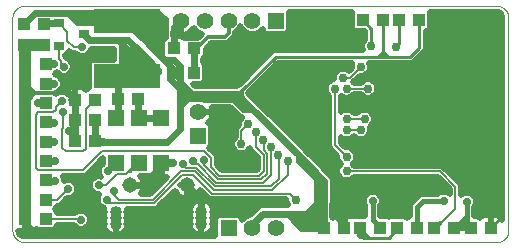
<source format=gtl>
G75*
%MOIN*%
%OFA0B0*%
%FSLAX25Y25*%
%IPPOS*%
%LPD*%
%AMOC8*
5,1,8,0,0,1.08239X$1,22.5*
%
%ADD10C,0.00000*%
%ADD11R,0.04331X0.03937*%
%ADD12R,0.03937X0.04331*%
%ADD13R,0.05512X0.05512*%
%ADD14R,0.22441X0.07874*%
%ADD15R,0.05600X0.05600*%
%ADD16C,0.05600*%
%ADD17R,0.03543X0.03150*%
%ADD18C,0.04000*%
%ADD19C,0.05150*%
%ADD20C,0.02400*%
%ADD21C,0.00787*%
%ADD22C,0.02781*%
%ADD23C,0.04000*%
%ADD24C,0.01000*%
%ADD25C,0.02000*%
%ADD26C,0.01200*%
%ADD27C,0.02978*%
%ADD28C,0.00600*%
%ADD29C,0.01600*%
D10*
X0025622Y0017748D02*
X0183102Y0017748D01*
X0183226Y0017750D01*
X0183349Y0017756D01*
X0183473Y0017765D01*
X0183595Y0017779D01*
X0183718Y0017796D01*
X0183840Y0017818D01*
X0183961Y0017843D01*
X0184081Y0017872D01*
X0184200Y0017904D01*
X0184319Y0017941D01*
X0184436Y0017981D01*
X0184551Y0018024D01*
X0184666Y0018072D01*
X0184778Y0018123D01*
X0184889Y0018177D01*
X0184999Y0018235D01*
X0185106Y0018296D01*
X0185212Y0018361D01*
X0185315Y0018429D01*
X0185416Y0018500D01*
X0185515Y0018574D01*
X0185612Y0018651D01*
X0185706Y0018732D01*
X0185797Y0018815D01*
X0185886Y0018901D01*
X0185972Y0018990D01*
X0186055Y0019081D01*
X0186136Y0019175D01*
X0186213Y0019272D01*
X0186287Y0019371D01*
X0186358Y0019472D01*
X0186426Y0019575D01*
X0186491Y0019681D01*
X0186552Y0019788D01*
X0186610Y0019898D01*
X0186664Y0020009D01*
X0186715Y0020121D01*
X0186763Y0020236D01*
X0186806Y0020351D01*
X0186846Y0020468D01*
X0186883Y0020587D01*
X0186915Y0020706D01*
X0186944Y0020826D01*
X0186969Y0020947D01*
X0186991Y0021069D01*
X0187008Y0021192D01*
X0187022Y0021314D01*
X0187031Y0021438D01*
X0187037Y0021561D01*
X0187039Y0021685D01*
X0187039Y0092551D01*
X0187037Y0092675D01*
X0187031Y0092798D01*
X0187022Y0092922D01*
X0187008Y0093044D01*
X0186991Y0093167D01*
X0186969Y0093289D01*
X0186944Y0093410D01*
X0186915Y0093530D01*
X0186883Y0093649D01*
X0186846Y0093768D01*
X0186806Y0093885D01*
X0186763Y0094000D01*
X0186715Y0094115D01*
X0186664Y0094227D01*
X0186610Y0094338D01*
X0186552Y0094448D01*
X0186491Y0094555D01*
X0186426Y0094661D01*
X0186358Y0094764D01*
X0186287Y0094865D01*
X0186213Y0094964D01*
X0186136Y0095061D01*
X0186055Y0095155D01*
X0185972Y0095246D01*
X0185886Y0095335D01*
X0185797Y0095421D01*
X0185706Y0095504D01*
X0185612Y0095585D01*
X0185515Y0095662D01*
X0185416Y0095736D01*
X0185315Y0095807D01*
X0185212Y0095875D01*
X0185106Y0095940D01*
X0184999Y0096001D01*
X0184889Y0096059D01*
X0184778Y0096113D01*
X0184666Y0096164D01*
X0184551Y0096212D01*
X0184436Y0096255D01*
X0184319Y0096295D01*
X0184200Y0096332D01*
X0184081Y0096364D01*
X0183961Y0096393D01*
X0183840Y0096418D01*
X0183718Y0096440D01*
X0183595Y0096457D01*
X0183473Y0096471D01*
X0183349Y0096480D01*
X0183226Y0096486D01*
X0183102Y0096488D01*
X0025622Y0096488D01*
X0025498Y0096486D01*
X0025375Y0096480D01*
X0025251Y0096471D01*
X0025129Y0096457D01*
X0025006Y0096440D01*
X0024884Y0096418D01*
X0024763Y0096393D01*
X0024643Y0096364D01*
X0024524Y0096332D01*
X0024405Y0096295D01*
X0024288Y0096255D01*
X0024173Y0096212D01*
X0024058Y0096164D01*
X0023946Y0096113D01*
X0023835Y0096059D01*
X0023725Y0096001D01*
X0023618Y0095940D01*
X0023512Y0095875D01*
X0023409Y0095807D01*
X0023308Y0095736D01*
X0023209Y0095662D01*
X0023112Y0095585D01*
X0023018Y0095504D01*
X0022927Y0095421D01*
X0022838Y0095335D01*
X0022752Y0095246D01*
X0022669Y0095155D01*
X0022588Y0095061D01*
X0022511Y0094964D01*
X0022437Y0094865D01*
X0022366Y0094764D01*
X0022298Y0094661D01*
X0022233Y0094555D01*
X0022172Y0094448D01*
X0022114Y0094338D01*
X0022060Y0094227D01*
X0022009Y0094115D01*
X0021961Y0094000D01*
X0021918Y0093885D01*
X0021878Y0093768D01*
X0021841Y0093649D01*
X0021809Y0093530D01*
X0021780Y0093410D01*
X0021755Y0093289D01*
X0021733Y0093167D01*
X0021716Y0093044D01*
X0021702Y0092922D01*
X0021693Y0092798D01*
X0021687Y0092675D01*
X0021685Y0092551D01*
X0021685Y0021685D01*
X0021687Y0021561D01*
X0021693Y0021438D01*
X0021702Y0021314D01*
X0021716Y0021192D01*
X0021733Y0021069D01*
X0021755Y0020947D01*
X0021780Y0020826D01*
X0021809Y0020706D01*
X0021841Y0020587D01*
X0021878Y0020468D01*
X0021918Y0020351D01*
X0021961Y0020236D01*
X0022009Y0020121D01*
X0022060Y0020009D01*
X0022114Y0019898D01*
X0022172Y0019788D01*
X0022233Y0019681D01*
X0022298Y0019575D01*
X0022366Y0019472D01*
X0022437Y0019371D01*
X0022511Y0019272D01*
X0022588Y0019175D01*
X0022669Y0019081D01*
X0022752Y0018990D01*
X0022838Y0018901D01*
X0022927Y0018815D01*
X0023018Y0018732D01*
X0023112Y0018651D01*
X0023209Y0018574D01*
X0023308Y0018500D01*
X0023409Y0018429D01*
X0023512Y0018361D01*
X0023618Y0018296D01*
X0023725Y0018235D01*
X0023835Y0018177D01*
X0023946Y0018123D01*
X0024058Y0018072D01*
X0024173Y0018024D01*
X0024288Y0017981D01*
X0024405Y0017941D01*
X0024524Y0017904D01*
X0024643Y0017872D01*
X0024763Y0017843D01*
X0024884Y0017818D01*
X0025006Y0017796D01*
X0025129Y0017779D01*
X0025251Y0017765D01*
X0025375Y0017756D01*
X0025498Y0017750D01*
X0025622Y0017748D01*
D11*
X0026035Y0025425D03*
X0032728Y0025425D03*
X0032728Y0031872D03*
X0026035Y0031872D03*
X0026035Y0038319D03*
X0032728Y0038319D03*
X0032728Y0044766D03*
X0026035Y0044766D03*
X0026035Y0051213D03*
X0032728Y0051213D03*
X0042541Y0051409D03*
X0049234Y0051409D03*
X0049234Y0058299D03*
X0042541Y0058299D03*
X0032728Y0057659D03*
X0026035Y0057659D03*
X0026035Y0064106D03*
X0032728Y0064106D03*
X0032728Y0070553D03*
X0026035Y0070553D03*
X0026035Y0077000D03*
X0032728Y0077000D03*
X0032095Y0083608D03*
X0032095Y0090301D03*
X0075661Y0082315D03*
X0082354Y0082315D03*
X0063575Y0065386D03*
X0056882Y0065386D03*
X0125425Y0022571D03*
X0132118Y0022571D03*
D12*
X0137679Y0022571D03*
X0144372Y0022571D03*
X0149933Y0022571D03*
X0156626Y0022571D03*
X0162187Y0022571D03*
X0168880Y0022571D03*
X0174441Y0022571D03*
X0181134Y0022571D03*
X0082354Y0074244D03*
X0075661Y0074244D03*
X0049234Y0065189D03*
X0042541Y0065189D03*
X0025622Y0083608D03*
X0025622Y0090301D03*
X0138417Y0091764D03*
X0145110Y0091764D03*
X0150622Y0091764D03*
X0157315Y0091764D03*
D13*
X0071291Y0059087D03*
X0063850Y0059087D03*
X0056331Y0059087D03*
X0056331Y0044126D03*
X0063850Y0044126D03*
X0071291Y0044126D03*
D14*
X0059913Y0073024D03*
X0059913Y0091528D03*
D15*
X0109480Y0091606D03*
X0083614Y0053142D03*
X0093732Y0022472D03*
D16*
X0101606Y0022472D03*
X0109480Y0022472D03*
X0083614Y0061016D03*
X0085858Y0091606D03*
X0093732Y0091606D03*
X0101606Y0091606D03*
X0077984Y0091606D03*
D17*
X0045425Y0086954D03*
X0037157Y0083214D03*
X0037157Y0090694D03*
D18*
X0056154Y0027837D03*
X0056154Y0025837D03*
X0056154Y0023837D03*
X0084697Y0023837D03*
X0084697Y0025837D03*
X0084697Y0027837D03*
D19*
X0079972Y0036685D03*
X0060878Y0036685D03*
D20*
X0065031Y0036685D01*
X0071291Y0042945D01*
X0071291Y0044126D01*
X0072531Y0044126D01*
X0073260Y0051213D02*
X0077591Y0055543D01*
X0077591Y0063024D01*
X0081528Y0066961D01*
X0090189Y0066961D01*
X0090583Y0066567D01*
X0090583Y0065583D01*
X0095307Y0065583D01*
X0098654Y0062236D01*
X0101606Y0062236D01*
X0098260Y0065583D01*
X0095307Y0065583D01*
X0096882Y0066961D02*
X0090189Y0066961D01*
X0090583Y0065583D02*
X0085553Y0065583D01*
X0085520Y0065616D01*
X0082085Y0065616D01*
X0078214Y0065616D01*
X0077591Y0064992D01*
X0077591Y0066961D01*
X0079559Y0066961D01*
X0078214Y0065616D01*
X0077591Y0064992D02*
X0077591Y0063024D01*
X0080740Y0066961D02*
X0082085Y0065616D01*
X0081528Y0066961D02*
X0080740Y0066961D01*
X0079559Y0066961D01*
X0077591Y0068929D01*
X0074244Y0072276D01*
X0074244Y0076606D01*
X0072472Y0078378D01*
X0075622Y0078378D01*
X0077591Y0076409D01*
X0077591Y0073260D01*
X0077591Y0072315D01*
X0077591Y0070898D01*
X0081528Y0066961D01*
X0077591Y0066961D02*
X0077591Y0068929D01*
X0077591Y0070898D01*
X0077591Y0072315D02*
X0075661Y0074244D01*
X0075661Y0075189D01*
X0077591Y0073260D01*
X0075661Y0075189D02*
X0074244Y0076606D01*
X0072472Y0078378D02*
X0071291Y0079559D01*
X0067945Y0082906D01*
X0070307Y0082906D01*
X0071291Y0081921D01*
X0071291Y0083496D01*
X0068339Y0086449D01*
X0067945Y0086055D01*
X0067945Y0082906D01*
X0066764Y0084087D01*
X0066764Y0087630D01*
X0066961Y0087827D01*
X0065386Y0089402D01*
X0065386Y0085465D01*
X0066764Y0084087D01*
X0065386Y0085465D02*
X0059913Y0090937D01*
X0059913Y0091528D01*
X0063417Y0091528D01*
X0063417Y0091370D01*
X0065386Y0089402D01*
X0066016Y0091528D02*
X0063417Y0091528D01*
X0066016Y0091528D02*
X0071291Y0086252D01*
X0071291Y0091528D01*
X0068535Y0094283D01*
X0068535Y0094288D01*
X0069948Y0094288D01*
X0072472Y0091764D01*
X0072472Y0086252D01*
X0071291Y0085071D01*
X0071291Y0086252D01*
X0071291Y0085071D02*
X0071291Y0083496D01*
X0071291Y0081921D02*
X0071291Y0079559D01*
X0068142Y0077197D02*
X0065386Y0079953D01*
X0065386Y0077197D01*
X0068142Y0077197D01*
X0070110Y0075228D01*
X0070110Y0074441D01*
X0065386Y0074441D01*
X0065386Y0077197D01*
X0065386Y0074441D02*
X0064992Y0074441D01*
X0063811Y0073260D01*
X0063811Y0079559D01*
X0061843Y0081528D01*
X0061843Y0079559D01*
X0059913Y0079559D01*
X0058319Y0081154D01*
X0058319Y0083870D01*
X0057118Y0085071D01*
X0060268Y0085071D01*
X0061843Y0083496D01*
X0065386Y0079953D01*
X0061843Y0079559D02*
X0061843Y0074953D01*
X0059913Y0073024D01*
X0057276Y0073024D01*
X0056882Y0072630D01*
X0056882Y0065386D01*
X0056882Y0059638D01*
X0056331Y0059087D01*
X0063575Y0059362D02*
X0063850Y0059087D01*
X0071291Y0059087D01*
X0063575Y0059362D02*
X0063575Y0065386D01*
X0059913Y0073024D02*
X0059913Y0074441D01*
X0058319Y0076035D01*
X0058319Y0081154D01*
X0059913Y0082276D02*
X0059913Y0079559D01*
X0059913Y0074441D01*
X0061843Y0081528D02*
X0061843Y0083496D01*
X0059913Y0082276D02*
X0058319Y0083870D01*
X0057118Y0085071D02*
X0047309Y0085071D01*
X0045425Y0086954D01*
X0049244Y0090976D02*
X0050425Y0089795D01*
X0052000Y0091370D01*
X0052000Y0094126D01*
X0053575Y0094126D01*
X0055937Y0091764D01*
X0059677Y0091764D01*
X0059913Y0091528D01*
X0066016Y0091528D02*
X0071291Y0091528D01*
X0072236Y0091528D01*
X0072472Y0091764D01*
X0075661Y0089283D02*
X0077984Y0091606D01*
X0075661Y0089283D02*
X0075661Y0082315D01*
X0082354Y0082315D02*
X0082354Y0074244D01*
X0090583Y0082315D02*
X0100563Y0082315D01*
X0102183Y0083935D01*
X0068339Y0086449D02*
X0066961Y0087827D01*
X0052000Y0094126D02*
X0046094Y0094126D01*
X0048063Y0092157D01*
X0042157Y0092157D01*
X0043339Y0090976D01*
X0049244Y0090976D01*
X0048063Y0092157D01*
X0046094Y0094126D02*
X0040189Y0094126D01*
X0042157Y0092157D01*
X0040189Y0094126D02*
X0029165Y0094126D01*
X0025622Y0090583D01*
X0025622Y0090301D01*
X0032095Y0090301D02*
X0032489Y0090694D01*
X0037157Y0090694D01*
X0035465Y0077197D02*
X0032925Y0077197D01*
X0032728Y0077000D01*
X0032728Y0070553D02*
X0032778Y0070504D01*
X0035465Y0070504D01*
X0041764Y0065189D02*
X0042157Y0065189D01*
X0042541Y0065189D02*
X0042541Y0058299D01*
X0042541Y0056715D01*
X0040605Y0054778D01*
X0042541Y0052842D01*
X0042541Y0051409D01*
X0042541Y0055543D01*
X0041776Y0054778D01*
X0040605Y0054778D01*
X0042541Y0055543D02*
X0042541Y0058299D01*
X0049234Y0058299D02*
X0049234Y0051409D01*
X0051803Y0051409D01*
X0052000Y0051213D01*
X0073260Y0051213D01*
X0078732Y0036685D02*
X0079972Y0036685D01*
X0079972Y0035465D01*
X0084697Y0030740D01*
X0084697Y0027837D01*
X0084697Y0030740D02*
X0084697Y0031961D01*
X0079972Y0036685D01*
X0101606Y0023654D02*
X0105150Y0027197D01*
X0113417Y0027197D01*
X0119717Y0027197D01*
X0123260Y0030740D01*
X0123260Y0034283D01*
X0123260Y0038614D01*
X0117157Y0044717D01*
X0117157Y0046685D01*
X0101606Y0062236D01*
X0098260Y0065583D02*
X0096882Y0066961D01*
X0108299Y0060661D02*
X0129953Y0039008D01*
X0131134Y0037827D01*
X0133496Y0037827D01*
X0133496Y0037433D01*
X0132118Y0036055D01*
X0132118Y0034087D01*
X0135858Y0037827D01*
X0163838Y0037827D01*
X0165386Y0036279D01*
X0135858Y0037827D02*
X0133496Y0037827D01*
X0131134Y0037827D02*
X0129953Y0037827D01*
X0129953Y0033890D01*
X0132118Y0036055D01*
X0132118Y0034087D02*
X0132118Y0029362D01*
X0132118Y0024047D01*
X0129953Y0026213D01*
X0129953Y0031528D01*
X0129953Y0033890D01*
X0129953Y0031528D02*
X0132118Y0029362D01*
X0125425Y0029953D02*
X0125425Y0027984D01*
X0125425Y0027098D01*
X0125425Y0022571D01*
X0122472Y0022571D01*
X0125425Y0025524D01*
X0125425Y0026409D01*
X0125425Y0027098D02*
X0124589Y0026262D01*
X0124589Y0034283D01*
X0124589Y0039254D01*
X0123260Y0040583D01*
X0123260Y0038614D01*
X0124589Y0039254D02*
X0125622Y0038220D01*
X0125622Y0031528D01*
X0125425Y0031331D02*
X0125425Y0029953D01*
X0120898Y0025425D01*
X0115189Y0025425D01*
X0118043Y0022571D01*
X0120898Y0025425D01*
X0121685Y0027197D02*
X0119717Y0027197D01*
X0121685Y0027197D02*
X0123260Y0028772D01*
X0123260Y0030740D01*
X0123654Y0027197D02*
X0121685Y0027197D01*
X0123654Y0027197D02*
X0124589Y0026262D01*
X0120898Y0022571D01*
X0122472Y0022571D01*
X0120898Y0022571D02*
X0118043Y0022571D01*
X0115189Y0025425D02*
X0113417Y0027197D01*
X0101606Y0023654D02*
X0101606Y0022472D01*
X0132118Y0022571D02*
X0132118Y0024047D01*
X0129953Y0037827D02*
X0129953Y0039008D01*
X0123260Y0040583D02*
X0117157Y0046685D01*
X0036252Y0020504D02*
X0029559Y0020504D01*
X0026035Y0024028D01*
X0026035Y0025425D01*
X0032827Y0038220D02*
X0032728Y0038319D01*
X0032827Y0038220D02*
X0035858Y0038220D01*
X0035858Y0044913D02*
X0032876Y0044913D01*
X0032728Y0044766D01*
X0032728Y0051213D02*
X0035465Y0051213D01*
X0035465Y0057512D02*
X0032876Y0057512D01*
X0032728Y0057659D01*
D21*
X0035317Y0057659D01*
X0035465Y0057512D01*
X0042157Y0065189D02*
X0042541Y0065189D01*
X0038846Y0076223D02*
X0037849Y0077220D01*
X0037849Y0078184D01*
X0037157Y0078876D01*
X0037157Y0083214D01*
X0039923Y0084943D02*
X0042157Y0082709D01*
X0044913Y0082709D01*
X0039923Y0084943D02*
X0039923Y0087929D01*
X0037157Y0090694D01*
X0035465Y0077197D02*
X0035268Y0077000D01*
X0032728Y0077000D01*
X0032728Y0044766D02*
X0035711Y0044766D01*
X0035858Y0044913D01*
X0035760Y0038319D02*
X0032728Y0038319D01*
X0035760Y0038319D02*
X0035858Y0038220D01*
X0040189Y0035465D02*
X0036596Y0031872D01*
X0032728Y0031872D01*
X0032728Y0025425D02*
X0044323Y0025425D01*
X0044520Y0025228D01*
X0053575Y0041370D02*
X0056331Y0044126D01*
X0061077Y0041250D02*
X0061520Y0041693D01*
X0063488Y0043661D01*
X0063850Y0044024D01*
X0063850Y0044126D01*
D22*
X0053575Y0041370D03*
X0050425Y0036646D03*
X0055472Y0034677D03*
X0053181Y0031921D03*
X0044520Y0025228D03*
X0046094Y0020504D03*
X0036252Y0020504D03*
X0026409Y0020504D03*
X0040189Y0035465D03*
X0035858Y0038220D03*
X0035858Y0044913D03*
X0035465Y0051213D03*
X0040605Y0054778D03*
X0035465Y0057512D03*
X0038385Y0061070D03*
X0038185Y0064764D03*
X0040376Y0067354D03*
X0035465Y0070504D03*
X0030191Y0064205D03*
X0035465Y0077197D03*
X0038846Y0076223D03*
X0044913Y0082709D03*
X0028772Y0083608D03*
X0072472Y0091764D03*
X0052000Y0051213D03*
X0078534Y0043650D03*
X0081915Y0044850D03*
X0085496Y0044945D03*
X0090189Y0049244D03*
X0125622Y0031528D03*
X0129953Y0031528D03*
X0141764Y0031528D03*
X0137827Y0020139D03*
X0165386Y0031528D03*
X0173260Y0031134D03*
X0184649Y0031528D03*
X0184649Y0039402D03*
X0174806Y0039402D03*
X0174806Y0047276D03*
X0184649Y0047276D03*
X0184649Y0055150D03*
X0174806Y0055150D03*
X0174806Y0063024D03*
X0184649Y0063024D03*
X0184649Y0070898D03*
X0174806Y0070898D03*
X0174806Y0078772D03*
X0184649Y0078772D03*
D23*
X0032095Y0083608D02*
X0028772Y0083608D01*
X0026449Y0083608D01*
X0026035Y0083194D01*
X0025622Y0083608D01*
X0026035Y0083194D02*
X0026035Y0077000D01*
X0026035Y0070553D01*
X0026035Y0068142D01*
X0026035Y0064106D01*
X0026035Y0057659D01*
X0026035Y0051213D01*
X0026035Y0044766D01*
X0026035Y0038319D01*
X0026035Y0031872D01*
X0026035Y0025425D01*
D24*
X0098260Y0065583D02*
X0098260Y0068339D01*
X0096882Y0066961D01*
X0098260Y0068339D02*
X0109480Y0079559D01*
X0143339Y0079559D01*
X0144717Y0080937D01*
X0144913Y0080740D01*
X0144913Y0079559D01*
X0143339Y0079559D01*
X0144913Y0079559D02*
X0145701Y0079559D01*
X0145701Y0080740D01*
X0146882Y0079559D01*
X0145701Y0079559D01*
X0146882Y0079559D02*
X0154362Y0079559D01*
X0157315Y0082512D01*
X0157315Y0091764D01*
X0150622Y0091764D02*
X0150622Y0083693D01*
X0149638Y0082709D01*
X0145701Y0080740D02*
X0145110Y0081331D01*
X0144717Y0080937D01*
X0145110Y0081331D02*
X0145110Y0091764D01*
X0141370Y0088811D02*
X0141370Y0083102D01*
X0141370Y0088811D02*
X0138417Y0091764D01*
X0184649Y0031528D02*
X0184649Y0026086D01*
X0181134Y0022571D01*
X0162187Y0022571D02*
X0162187Y0021636D01*
X0149933Y0021980D02*
X0147201Y0019248D01*
X0140583Y0019248D01*
X0139692Y0020139D01*
X0138614Y0020139D01*
X0138717Y0020035D01*
X0138717Y0019248D01*
X0140583Y0019248D01*
X0139692Y0020139D02*
X0137679Y0022152D01*
X0137679Y0022571D01*
X0137827Y0020139D02*
X0138614Y0020139D01*
X0137827Y0020139D02*
X0138717Y0019248D01*
X0149933Y0021980D02*
X0149933Y0022571D01*
D25*
X0153280Y0025621D02*
X0152564Y0026336D01*
X0147302Y0026336D01*
X0147153Y0026187D01*
X0147003Y0026336D01*
X0144164Y0026336D01*
X0144164Y0029698D01*
X0144299Y0029834D01*
X0144754Y0030933D01*
X0144754Y0032122D01*
X0144299Y0033222D01*
X0143458Y0034063D01*
X0142359Y0034518D01*
X0141169Y0034518D01*
X0140070Y0034063D01*
X0139229Y0033222D01*
X0138773Y0032122D01*
X0138773Y0030933D01*
X0139229Y0029834D01*
X0139364Y0029698D01*
X0139364Y0026336D01*
X0135171Y0026336D01*
X0135055Y0026403D01*
X0134547Y0026539D01*
X0132118Y0026539D01*
X0129689Y0026539D01*
X0129181Y0026403D01*
X0128725Y0026140D01*
X0128489Y0025904D01*
X0128253Y0026139D01*
X0128225Y0026139D01*
X0128225Y0029997D01*
X0128613Y0030933D01*
X0128613Y0032122D01*
X0128422Y0032582D01*
X0128422Y0038777D01*
X0127996Y0039807D01*
X0126962Y0040840D01*
X0125634Y0042169D01*
X0124846Y0042956D01*
X0124846Y0042956D01*
X0119531Y0048271D01*
X0118744Y0049059D01*
X0103980Y0063822D01*
X0103980Y0063822D01*
X0103192Y0064610D01*
X0100634Y0067169D01*
X0100360Y0067442D01*
X0100360Y0067469D01*
X0110350Y0077459D01*
X0135002Y0077459D01*
X0134765Y0076886D01*
X0134765Y0075869D01*
X0133823Y0074928D01*
X0133625Y0075126D01*
X0132490Y0075596D01*
X0131261Y0075596D01*
X0130126Y0075126D01*
X0129257Y0074257D01*
X0128787Y0073122D01*
X0128787Y0072018D01*
X0128551Y0072018D01*
X0127416Y0071548D01*
X0126547Y0070679D01*
X0126076Y0069544D01*
X0126076Y0068315D01*
X0126547Y0067179D01*
X0127265Y0066461D01*
X0127265Y0049342D01*
X0130013Y0046594D01*
X0130013Y0045578D01*
X0130484Y0044442D01*
X0131145Y0043781D01*
X0130484Y0043120D01*
X0130013Y0041985D01*
X0130013Y0040756D01*
X0130484Y0039620D01*
X0131353Y0038751D01*
X0132488Y0038281D01*
X0133717Y0038281D01*
X0134852Y0038751D01*
X0135571Y0039470D01*
X0163418Y0039470D01*
X0167423Y0035465D01*
X0167423Y0033720D01*
X0167080Y0034063D01*
X0165981Y0034518D01*
X0164791Y0034518D01*
X0163692Y0034063D01*
X0163557Y0033928D01*
X0158216Y0033928D01*
X0157333Y0033562D01*
X0154591Y0030820D01*
X0154226Y0029938D01*
X0154226Y0026336D01*
X0153995Y0026336D01*
X0153280Y0025621D01*
X0153653Y0025994D02*
X0152906Y0025994D01*
X0154226Y0027993D02*
X0144164Y0027993D01*
X0144364Y0029991D02*
X0154248Y0029991D01*
X0155761Y0031990D02*
X0144754Y0031990D01*
X0143532Y0033988D02*
X0163617Y0033988D01*
X0167154Y0033988D02*
X0167423Y0033988D01*
X0166901Y0035987D02*
X0128422Y0035987D01*
X0128422Y0037985D02*
X0164903Y0037985D01*
X0168278Y0039984D02*
X0185039Y0039984D01*
X0185039Y0041982D02*
X0166280Y0041982D01*
X0164992Y0043270D02*
X0135571Y0043270D01*
X0135060Y0043781D01*
X0135721Y0044442D01*
X0136191Y0045578D01*
X0136191Y0046807D01*
X0135721Y0047942D01*
X0134852Y0048811D01*
X0133717Y0049281D01*
X0132700Y0049281D01*
X0131065Y0050916D01*
X0131065Y0052791D01*
X0131326Y0052531D01*
X0132461Y0052061D01*
X0133690Y0052061D01*
X0134825Y0052531D01*
X0135465Y0053170D01*
X0136104Y0052531D01*
X0137239Y0052061D01*
X0138468Y0052061D01*
X0139603Y0052531D01*
X0140472Y0053400D01*
X0140943Y0054535D01*
X0140943Y0055764D01*
X0140800Y0056108D01*
X0140803Y0056109D01*
X0141672Y0056978D01*
X0142143Y0058113D01*
X0142143Y0059342D01*
X0141672Y0060477D01*
X0140803Y0061346D01*
X0139668Y0061817D01*
X0138439Y0061817D01*
X0137304Y0061346D01*
X0136585Y0060628D01*
X0135544Y0060628D01*
X0134825Y0061346D01*
X0133690Y0061817D01*
X0132461Y0061817D01*
X0131326Y0061346D01*
X0131065Y0061086D01*
X0131065Y0066461D01*
X0131120Y0066516D01*
X0131326Y0066310D01*
X0132461Y0065840D01*
X0133690Y0065840D01*
X0134825Y0066310D01*
X0135544Y0067029D01*
X0137785Y0067029D01*
X0138504Y0066310D01*
X0139639Y0065840D01*
X0140868Y0065840D01*
X0142003Y0066310D01*
X0142872Y0067179D01*
X0143343Y0068315D01*
X0143343Y0069544D01*
X0142872Y0070679D01*
X0142003Y0071548D01*
X0140868Y0072018D01*
X0139639Y0072018D01*
X0138504Y0071548D01*
X0137785Y0070829D01*
X0135544Y0070829D01*
X0135321Y0071052D01*
X0137452Y0073182D01*
X0138468Y0073182D01*
X0139603Y0073653D01*
X0140472Y0074522D01*
X0140943Y0075657D01*
X0140943Y0076886D01*
X0140705Y0077459D01*
X0155232Y0077459D01*
X0159415Y0081642D01*
X0159415Y0087998D01*
X0159946Y0087998D01*
X0160883Y0088936D01*
X0160883Y0094488D01*
X0183102Y0094488D01*
X0183480Y0094451D01*
X0184179Y0094162D01*
X0184713Y0093627D01*
X0185002Y0092929D01*
X0185039Y0092551D01*
X0185039Y0025235D01*
X0184966Y0025508D01*
X0184703Y0025964D01*
X0184330Y0026337D01*
X0183874Y0026600D01*
X0183366Y0026736D01*
X0181134Y0026736D01*
X0181134Y0022571D01*
X0181134Y0022571D01*
X0181134Y0026736D01*
X0178902Y0026736D01*
X0178393Y0026600D01*
X0177937Y0026337D01*
X0177565Y0025964D01*
X0177521Y0025888D01*
X0177072Y0026336D01*
X0175660Y0026336D01*
X0175660Y0029305D01*
X0175795Y0029440D01*
X0176250Y0030539D01*
X0176250Y0031729D01*
X0175795Y0032828D01*
X0174954Y0033669D01*
X0173855Y0034124D01*
X0172665Y0034124D01*
X0171566Y0033669D01*
X0171223Y0033326D01*
X0171223Y0037039D01*
X0170110Y0038152D01*
X0164992Y0043270D01*
X0170277Y0037985D02*
X0185039Y0037985D01*
X0185039Y0035987D02*
X0171223Y0035987D01*
X0171223Y0033988D02*
X0172336Y0033988D01*
X0174184Y0033988D02*
X0185039Y0033988D01*
X0185039Y0031990D02*
X0176142Y0031990D01*
X0176023Y0029991D02*
X0185039Y0029991D01*
X0185039Y0027993D02*
X0175660Y0027993D01*
X0177414Y0025994D02*
X0177595Y0025994D01*
X0181134Y0025994D02*
X0181134Y0025994D01*
X0181134Y0023996D02*
X0181134Y0023996D01*
X0184673Y0025994D02*
X0185039Y0025994D01*
X0185039Y0043981D02*
X0135259Y0043981D01*
X0136191Y0045979D02*
X0185039Y0045979D01*
X0185039Y0047978D02*
X0135685Y0047978D01*
X0132005Y0049976D02*
X0185039Y0049976D01*
X0185039Y0051975D02*
X0131065Y0051975D01*
X0127265Y0051975D02*
X0115828Y0051975D01*
X0113829Y0053973D02*
X0127265Y0053973D01*
X0127265Y0055972D02*
X0111830Y0055972D01*
X0109832Y0057970D02*
X0127265Y0057970D01*
X0127265Y0059969D02*
X0107833Y0059969D01*
X0105835Y0061967D02*
X0127265Y0061967D01*
X0127265Y0063966D02*
X0103836Y0063966D01*
X0103192Y0064610D02*
X0103192Y0064610D01*
X0101838Y0065964D02*
X0127265Y0065964D01*
X0126222Y0067963D02*
X0100854Y0067963D01*
X0100634Y0067169D02*
X0100634Y0067169D01*
X0102852Y0069961D02*
X0126249Y0069961D01*
X0128410Y0071960D02*
X0104851Y0071960D01*
X0106849Y0073958D02*
X0129133Y0073958D01*
X0134765Y0075957D02*
X0108848Y0075957D01*
X0104907Y0077955D02*
X0085154Y0077955D01*
X0085154Y0077841D02*
X0085154Y0078746D01*
X0085182Y0078746D01*
X0086120Y0079684D01*
X0086120Y0082221D01*
X0087951Y0084052D01*
X0093462Y0084052D01*
X0095932Y0086522D01*
X0095932Y0087755D01*
X0096225Y0087876D01*
X0097462Y0089114D01*
X0097669Y0089613D01*
X0097876Y0089114D01*
X0099114Y0087876D01*
X0100731Y0087206D01*
X0102482Y0087206D01*
X0104099Y0087876D01*
X0105080Y0088858D01*
X0105080Y0088144D01*
X0106018Y0087206D01*
X0112943Y0087206D01*
X0113880Y0088144D01*
X0113880Y0094488D01*
X0134849Y0094488D01*
X0134849Y0088936D01*
X0135786Y0087998D01*
X0139213Y0087998D01*
X0139270Y0087941D01*
X0139270Y0085371D01*
X0138751Y0084852D01*
X0138281Y0083717D01*
X0138281Y0082488D01*
X0138624Y0081659D01*
X0108610Y0081659D01*
X0097390Y0070439D01*
X0096712Y0069761D01*
X0089632Y0069761D01*
X0082687Y0069761D01*
X0081969Y0070479D01*
X0084986Y0070479D01*
X0085923Y0071416D01*
X0085923Y0077072D01*
X0085154Y0077841D01*
X0085923Y0075957D02*
X0102908Y0075957D01*
X0100910Y0073958D02*
X0085923Y0073958D01*
X0085923Y0071960D02*
X0098911Y0071960D01*
X0097390Y0070439D02*
X0097390Y0070439D01*
X0096913Y0069961D02*
X0082487Y0069961D01*
X0088087Y0062783D02*
X0094147Y0062783D01*
X0096280Y0060650D01*
X0097067Y0059862D01*
X0098097Y0059436D01*
X0098272Y0059436D01*
X0097718Y0058883D01*
X0097248Y0057748D01*
X0097248Y0056731D01*
X0096144Y0055627D01*
X0096144Y0054053D01*
X0096144Y0052875D01*
X0095425Y0052156D01*
X0094955Y0051021D01*
X0094955Y0049792D01*
X0095425Y0048657D01*
X0096294Y0047788D01*
X0097430Y0047317D01*
X0098659Y0047317D01*
X0099794Y0047788D01*
X0100663Y0048657D01*
X0100826Y0049050D01*
X0100826Y0048599D01*
X0103486Y0045939D01*
X0103486Y0042157D01*
X0103118Y0041790D01*
X0091493Y0041790D01*
X0089727Y0043556D01*
X0089727Y0046640D01*
X0087351Y0049016D01*
X0088014Y0049679D01*
X0088014Y0056604D01*
X0087077Y0057542D01*
X0086928Y0057542D01*
X0087275Y0057889D01*
X0087719Y0058500D01*
X0088062Y0059173D01*
X0088296Y0059892D01*
X0088414Y0060638D01*
X0088414Y0061016D01*
X0088414Y0061394D01*
X0088296Y0062140D01*
X0088087Y0062783D01*
X0088323Y0061967D02*
X0094963Y0061967D01*
X0096961Y0059969D02*
X0088308Y0059969D01*
X0088260Y0061016D02*
X0090189Y0059087D01*
X0090189Y0049244D01*
X0088389Y0047978D02*
X0096104Y0047978D01*
X0094955Y0049976D02*
X0088014Y0049976D01*
X0088014Y0051975D02*
X0095350Y0051975D01*
X0096144Y0053973D02*
X0088014Y0053973D01*
X0088014Y0055972D02*
X0096489Y0055972D01*
X0097340Y0057970D02*
X0087335Y0057970D01*
X0088260Y0061016D02*
X0083614Y0061016D01*
X0088414Y0061016D01*
X0083614Y0061016D01*
X0083614Y0061016D01*
X0099984Y0047978D02*
X0101447Y0047978D01*
X0103446Y0045979D02*
X0089727Y0045979D01*
X0089727Y0043981D02*
X0103486Y0043981D01*
X0103311Y0041982D02*
X0091300Y0041982D01*
X0079972Y0036685D02*
X0079972Y0032110D01*
X0079972Y0036685D01*
X0077561Y0036685D01*
X0077561Y0036685D01*
X0079972Y0036685D01*
X0079972Y0036685D01*
X0079972Y0036685D01*
X0079972Y0035987D02*
X0079972Y0035987D01*
X0079972Y0033988D02*
X0079972Y0033988D01*
X0079972Y0032110D02*
X0080332Y0032110D01*
X0081044Y0032223D01*
X0081729Y0032445D01*
X0082370Y0032772D01*
X0082953Y0033196D01*
X0083462Y0033705D01*
X0083885Y0034287D01*
X0084212Y0034929D01*
X0084281Y0035142D01*
X0086320Y0033103D01*
X0087433Y0031990D01*
X0113024Y0031990D01*
X0113024Y0031307D01*
X0113494Y0030171D01*
X0113669Y0029997D01*
X0104593Y0029997D01*
X0103564Y0029571D01*
X0102776Y0028783D01*
X0100865Y0026872D01*
X0100731Y0026872D01*
X0099114Y0026203D01*
X0098132Y0025221D01*
X0098132Y0025935D01*
X0097195Y0026872D01*
X0090270Y0026872D01*
X0089332Y0025935D01*
X0089332Y0019748D01*
X0025622Y0019748D01*
X0025244Y0019785D01*
X0024546Y0020074D01*
X0024011Y0020609D01*
X0023722Y0021307D01*
X0023708Y0021457D01*
X0026035Y0021457D01*
X0026035Y0025425D01*
X0026035Y0025425D01*
X0026035Y0029394D01*
X0026035Y0031872D01*
X0026035Y0031872D01*
X0026035Y0038319D01*
X0026035Y0042287D01*
X0026035Y0044766D01*
X0026035Y0047244D01*
X0026035Y0051212D01*
X0026035Y0051212D01*
X0026035Y0044766D01*
X0026035Y0044766D01*
X0026035Y0044766D01*
X0026035Y0038319D01*
X0026035Y0038319D01*
X0026035Y0038319D01*
X0026035Y0034350D01*
X0026035Y0031872D01*
X0026035Y0031872D01*
X0026035Y0025425D01*
X0026035Y0025425D01*
X0026035Y0021457D01*
X0028464Y0021457D01*
X0028973Y0021593D01*
X0029429Y0021856D01*
X0029665Y0022092D01*
X0029900Y0021857D01*
X0035556Y0021857D01*
X0036494Y0022794D01*
X0036494Y0023431D01*
X0042087Y0023431D01*
X0042826Y0022693D01*
X0043925Y0022238D01*
X0045115Y0022238D01*
X0046214Y0022693D01*
X0047055Y0023534D01*
X0047510Y0024633D01*
X0047510Y0025823D01*
X0047055Y0026922D01*
X0046214Y0027764D01*
X0045115Y0028219D01*
X0043925Y0028219D01*
X0042826Y0027764D01*
X0042481Y0027419D01*
X0036494Y0027419D01*
X0036494Y0028056D01*
X0035902Y0028649D01*
X0036494Y0029241D01*
X0036494Y0029878D01*
X0037422Y0029878D01*
X0040018Y0032474D01*
X0040784Y0032474D01*
X0041883Y0032929D01*
X0042724Y0033771D01*
X0043180Y0034870D01*
X0043180Y0036059D01*
X0042724Y0037159D01*
X0041883Y0038000D01*
X0040784Y0038455D01*
X0039594Y0038455D01*
X0038849Y0038146D01*
X0038849Y0038815D01*
X0038415Y0039864D01*
X0046094Y0039864D01*
X0051975Y0045745D01*
X0051975Y0043944D01*
X0051881Y0043905D01*
X0051040Y0043064D01*
X0050584Y0041965D01*
X0050584Y0040775D01*
X0051040Y0039676D01*
X0051121Y0039594D01*
X0051020Y0039636D01*
X0049830Y0039636D01*
X0048731Y0039181D01*
X0047890Y0038340D01*
X0047435Y0037241D01*
X0047435Y0036051D01*
X0047890Y0034952D01*
X0048731Y0034110D01*
X0049830Y0033655D01*
X0050686Y0033655D01*
X0050646Y0033615D01*
X0050191Y0032516D01*
X0050191Y0031326D01*
X0050646Y0030227D01*
X0051487Y0029386D01*
X0052322Y0029040D01*
X0052307Y0029004D01*
X0052154Y0028231D01*
X0052154Y0027837D01*
X0052154Y0027443D01*
X0052274Y0026837D01*
X0052154Y0026231D01*
X0052154Y0025837D01*
X0052154Y0025443D01*
X0052274Y0024837D01*
X0052154Y0024231D01*
X0052154Y0023837D01*
X0052154Y0023443D01*
X0052307Y0022670D01*
X0052609Y0021942D01*
X0053047Y0021287D01*
X0053604Y0020730D01*
X0054259Y0020292D01*
X0054987Y0019991D01*
X0055760Y0019837D01*
X0056153Y0019837D01*
X0056153Y0023837D01*
X0056154Y0023837D01*
X0056154Y0025837D01*
X0056153Y0025837D01*
X0056153Y0023837D01*
X0056154Y0023837D01*
X0056154Y0019837D01*
X0056548Y0019837D01*
X0057320Y0019991D01*
X0058048Y0020292D01*
X0058703Y0020730D01*
X0059261Y0021287D01*
X0059698Y0021942D01*
X0060000Y0022670D01*
X0060154Y0023443D01*
X0060154Y0023837D01*
X0060154Y0024231D01*
X0060033Y0024837D01*
X0060154Y0025443D01*
X0060154Y0025837D01*
X0060154Y0026231D01*
X0060033Y0026837D01*
X0060154Y0027443D01*
X0060154Y0027837D01*
X0060154Y0028231D01*
X0060032Y0028840D01*
X0069716Y0028840D01*
X0070829Y0029953D01*
X0075757Y0034881D01*
X0076060Y0034287D01*
X0076483Y0033705D01*
X0076992Y0033196D01*
X0077575Y0032772D01*
X0078216Y0032445D01*
X0078901Y0032223D01*
X0079612Y0032110D01*
X0079972Y0032110D01*
X0081590Y0030387D02*
X0082147Y0030944D01*
X0082802Y0031382D01*
X0083530Y0031683D01*
X0084303Y0031837D01*
X0084697Y0031837D01*
X0084697Y0027837D01*
X0084697Y0025837D01*
X0084697Y0023837D01*
X0084697Y0019837D01*
X0085091Y0019837D01*
X0085864Y0019991D01*
X0086592Y0020292D01*
X0087247Y0020730D01*
X0087804Y0021287D01*
X0088242Y0021942D01*
X0088543Y0022670D01*
X0088697Y0023443D01*
X0088697Y0023837D01*
X0088697Y0024231D01*
X0088576Y0024837D01*
X0088697Y0025443D01*
X0088697Y0025837D01*
X0088697Y0026231D01*
X0088576Y0026837D01*
X0088697Y0027443D01*
X0088697Y0027837D01*
X0088697Y0028231D01*
X0088543Y0029004D01*
X0088242Y0029732D01*
X0087804Y0030387D01*
X0087247Y0030944D01*
X0086592Y0031382D01*
X0085864Y0031683D01*
X0085091Y0031837D01*
X0084697Y0031837D01*
X0084697Y0027837D01*
X0084697Y0027837D01*
X0084697Y0027837D01*
X0084697Y0025837D01*
X0084697Y0025837D01*
X0084697Y0025837D01*
X0084697Y0023837D01*
X0084697Y0023837D01*
X0084697Y0023837D01*
X0084697Y0019837D01*
X0084303Y0019837D01*
X0083530Y0019991D01*
X0082802Y0020292D01*
X0082147Y0020730D01*
X0081590Y0021287D01*
X0081152Y0021942D01*
X0080851Y0022670D01*
X0080697Y0023443D01*
X0080697Y0023837D01*
X0081223Y0023837D01*
X0081222Y0023837D01*
X0080697Y0023837D01*
X0080697Y0024231D01*
X0080817Y0024837D01*
X0080697Y0025443D01*
X0080697Y0025837D01*
X0081222Y0025837D01*
X0081222Y0025837D01*
X0081222Y0025837D01*
X0080697Y0025837D01*
X0080697Y0026231D01*
X0080817Y0026837D01*
X0080697Y0027443D01*
X0080697Y0027837D01*
X0081222Y0027837D01*
X0081222Y0027837D01*
X0080697Y0027837D01*
X0080697Y0028231D01*
X0080851Y0029004D01*
X0081152Y0029732D01*
X0081590Y0030387D01*
X0081325Y0029991D02*
X0070867Y0029991D01*
X0072866Y0031990D02*
X0113024Y0031990D01*
X0104579Y0029991D02*
X0088068Y0029991D01*
X0088697Y0027993D02*
X0101986Y0027993D01*
X0098905Y0025994D02*
X0098073Y0025994D01*
X0089391Y0025994D02*
X0088697Y0025994D01*
X0088697Y0025837D02*
X0088171Y0025837D01*
X0088171Y0025837D01*
X0088171Y0025837D01*
X0088697Y0025837D01*
X0088697Y0023996D02*
X0089332Y0023996D01*
X0088697Y0023837D02*
X0088171Y0023837D01*
X0088171Y0023837D01*
X0088697Y0023837D01*
X0088264Y0021997D02*
X0089332Y0021997D01*
X0089332Y0019999D02*
X0085883Y0019999D01*
X0084697Y0019999D02*
X0084697Y0019999D01*
X0083511Y0019999D02*
X0057339Y0019999D01*
X0056154Y0019999D02*
X0056153Y0019999D01*
X0054968Y0019999D02*
X0024729Y0019999D01*
X0026035Y0021997D02*
X0026035Y0021997D01*
X0026035Y0023996D02*
X0026035Y0023996D01*
X0026035Y0025994D02*
X0026035Y0025994D01*
X0026035Y0027993D02*
X0026035Y0027993D01*
X0026035Y0029991D02*
X0026035Y0029991D01*
X0026035Y0031990D02*
X0026035Y0031990D01*
X0026035Y0033988D02*
X0026035Y0033988D01*
X0026035Y0035987D02*
X0026035Y0035987D01*
X0026035Y0037985D02*
X0026035Y0037985D01*
X0026035Y0039984D02*
X0026035Y0039984D01*
X0026035Y0041982D02*
X0026035Y0041982D01*
X0026035Y0043981D02*
X0026035Y0043981D01*
X0026035Y0045979D02*
X0026035Y0045979D01*
X0026035Y0047978D02*
X0026035Y0047978D01*
X0026035Y0049976D02*
X0026035Y0049976D01*
X0026035Y0051213D02*
X0026035Y0055181D01*
X0026035Y0057659D01*
X0026035Y0057659D01*
X0026035Y0051213D01*
X0026035Y0051213D01*
X0026035Y0051975D02*
X0026035Y0051975D01*
X0026035Y0053973D02*
X0026035Y0053973D01*
X0026035Y0055972D02*
X0026035Y0055972D01*
X0026035Y0057660D02*
X0026035Y0061628D01*
X0026035Y0064106D01*
X0026035Y0064106D01*
X0026035Y0057660D01*
X0026035Y0057660D01*
X0026035Y0057970D02*
X0026035Y0057970D01*
X0026035Y0059969D02*
X0026035Y0059969D01*
X0026035Y0061967D02*
X0026035Y0061967D01*
X0026035Y0063966D02*
X0026035Y0063966D01*
X0026035Y0064106D02*
X0026035Y0068075D01*
X0026035Y0070553D01*
X0026035Y0070553D01*
X0026035Y0073031D01*
X0026035Y0077000D01*
X0026035Y0077000D01*
X0026035Y0070553D01*
X0026035Y0070553D01*
X0026035Y0064106D01*
X0026035Y0064106D01*
X0026035Y0065964D02*
X0026035Y0065964D01*
X0026035Y0067963D02*
X0026035Y0067963D01*
X0026035Y0069961D02*
X0026035Y0069961D01*
X0026035Y0071960D02*
X0026035Y0071960D01*
X0026035Y0073958D02*
X0026035Y0073958D01*
X0026035Y0075957D02*
X0026035Y0075957D01*
X0035902Y0073777D02*
X0036482Y0074357D01*
X0037152Y0073688D01*
X0038251Y0073232D01*
X0039441Y0073232D01*
X0040540Y0073688D01*
X0041381Y0074529D01*
X0041836Y0075628D01*
X0041836Y0076818D01*
X0041381Y0077917D01*
X0040540Y0078758D01*
X0039780Y0079073D01*
X0039151Y0079702D01*
X0039151Y0080039D01*
X0039592Y0080039D01*
X0040529Y0080977D01*
X0040529Y0081518D01*
X0041332Y0080715D01*
X0042678Y0080715D01*
X0043219Y0080173D01*
X0044319Y0079718D01*
X0045508Y0079718D01*
X0046607Y0080173D01*
X0047449Y0081015D01*
X0047904Y0082114D01*
X0047904Y0082271D01*
X0055519Y0082271D01*
X0055519Y0078561D01*
X0048030Y0078561D01*
X0047093Y0077623D01*
X0047093Y0068954D01*
X0046603Y0068954D01*
X0046154Y0068506D01*
X0046110Y0068582D01*
X0045738Y0068955D01*
X0045282Y0069218D01*
X0044773Y0069354D01*
X0042541Y0069354D01*
X0040310Y0069354D01*
X0039801Y0069218D01*
X0039345Y0068955D01*
X0038972Y0068582D01*
X0038709Y0068126D01*
X0038609Y0067754D01*
X0037590Y0067754D01*
X0036491Y0067299D01*
X0036212Y0067020D01*
X0035902Y0067330D01*
X0036103Y0067532D01*
X0037159Y0067969D01*
X0038000Y0068810D01*
X0038455Y0069909D01*
X0038455Y0071099D01*
X0038000Y0072198D01*
X0037159Y0073039D01*
X0036271Y0073407D01*
X0035902Y0073777D01*
X0036083Y0073958D02*
X0036881Y0073958D01*
X0038098Y0071960D02*
X0047093Y0071960D01*
X0047093Y0073958D02*
X0040811Y0073958D01*
X0041836Y0075957D02*
X0047093Y0075957D01*
X0047425Y0077955D02*
X0041342Y0077955D01*
X0039151Y0079954D02*
X0043749Y0079954D01*
X0046078Y0079954D02*
X0055519Y0079954D01*
X0055519Y0081952D02*
X0047837Y0081952D01*
X0032095Y0083608D02*
X0029591Y0083608D01*
X0025622Y0083608D01*
X0032095Y0083608D01*
X0032095Y0083608D01*
X0025622Y0083608D02*
X0025622Y0083608D01*
X0038455Y0069961D02*
X0047093Y0069961D01*
X0042541Y0069354D02*
X0042541Y0065189D01*
X0041175Y0065189D01*
X0041175Y0065189D01*
X0042541Y0065189D01*
X0042541Y0065189D01*
X0042541Y0069354D01*
X0042541Y0067963D02*
X0042541Y0067963D01*
X0038665Y0067963D02*
X0037145Y0067963D01*
X0042541Y0065964D02*
X0042541Y0065964D01*
X0042541Y0065189D02*
X0042541Y0065189D01*
X0042541Y0065189D01*
X0042541Y0058299D01*
X0042541Y0058299D01*
X0042541Y0055378D01*
X0042541Y0051410D01*
X0042541Y0051410D01*
X0042541Y0058299D01*
X0042541Y0058299D01*
X0042541Y0061024D01*
X0042541Y0065189D01*
X0042541Y0063966D02*
X0042541Y0063966D01*
X0042541Y0061967D02*
X0042541Y0061967D01*
X0042541Y0059969D02*
X0042541Y0059969D01*
X0042541Y0057970D02*
X0042541Y0057970D01*
X0042541Y0055972D02*
X0042541Y0055972D01*
X0042541Y0053973D02*
X0042541Y0053973D01*
X0042541Y0051975D02*
X0042541Y0051975D01*
X0050211Y0043981D02*
X0051975Y0043981D01*
X0050591Y0041982D02*
X0048212Y0041982D01*
X0046214Y0039984D02*
X0050912Y0039984D01*
X0047743Y0037985D02*
X0041898Y0037985D01*
X0043180Y0035987D02*
X0047461Y0035987D01*
X0049026Y0033988D02*
X0042814Y0033988D01*
X0039534Y0031990D02*
X0050191Y0031990D01*
X0050882Y0029991D02*
X0037535Y0029991D01*
X0036494Y0027993D02*
X0043379Y0027993D01*
X0045661Y0027993D02*
X0052154Y0027993D01*
X0052154Y0027837D02*
X0052679Y0027837D01*
X0052154Y0027837D01*
X0052679Y0027837D02*
X0052679Y0027837D01*
X0056153Y0027837D02*
X0056154Y0027837D01*
X0056154Y0025837D01*
X0056153Y0025837D01*
X0056153Y0027837D01*
X0056153Y0025994D02*
X0056154Y0025994D01*
X0052679Y0025837D02*
X0052679Y0025837D01*
X0052154Y0025837D01*
X0052679Y0025837D01*
X0052679Y0025837D01*
X0052154Y0025994D02*
X0047439Y0025994D01*
X0047246Y0023996D02*
X0052154Y0023996D01*
X0052154Y0023837D02*
X0052679Y0023837D01*
X0052679Y0023837D01*
X0052154Y0023837D01*
X0056153Y0023996D02*
X0056154Y0023996D01*
X0056153Y0021997D02*
X0056154Y0021997D01*
X0052586Y0021997D02*
X0035697Y0021997D01*
X0029760Y0021997D02*
X0029570Y0021997D01*
X0059628Y0023837D02*
X0059628Y0023837D01*
X0060154Y0023837D01*
X0059628Y0023837D01*
X0060154Y0023996D02*
X0080697Y0023996D01*
X0080697Y0025994D02*
X0060154Y0025994D01*
X0060154Y0025837D02*
X0059628Y0025837D01*
X0059628Y0025837D01*
X0059628Y0025837D01*
X0060154Y0025837D01*
X0060154Y0027837D02*
X0059628Y0027837D01*
X0059628Y0027837D01*
X0060154Y0027837D01*
X0060154Y0027993D02*
X0080697Y0027993D01*
X0084697Y0027993D02*
X0084697Y0027993D01*
X0084697Y0029991D02*
X0084697Y0029991D01*
X0088171Y0027837D02*
X0088697Y0027837D01*
X0088171Y0027837D01*
X0088171Y0027837D01*
X0084697Y0025994D02*
X0084697Y0025994D01*
X0084697Y0023996D02*
X0084697Y0023996D01*
X0084697Y0021997D02*
X0084697Y0021997D01*
X0081129Y0021997D02*
X0059721Y0021997D01*
X0064466Y0033840D02*
X0064791Y0034287D01*
X0065118Y0034929D01*
X0065340Y0035614D01*
X0065453Y0036325D01*
X0065453Y0036685D01*
X0065453Y0037045D01*
X0065340Y0037756D01*
X0065118Y0038441D01*
X0064791Y0039083D01*
X0064367Y0039665D01*
X0064263Y0039770D01*
X0067269Y0039770D01*
X0067288Y0039789D01*
X0067307Y0039770D01*
X0067763Y0039506D01*
X0068272Y0039370D01*
X0070913Y0039370D01*
X0070913Y0043748D01*
X0071669Y0043748D01*
X0071669Y0039370D01*
X0073175Y0039370D01*
X0067645Y0033840D01*
X0064466Y0033840D01*
X0064573Y0033988D02*
X0067793Y0033988D01*
X0069792Y0035987D02*
X0065399Y0035987D01*
X0065453Y0036685D02*
X0060878Y0036685D01*
X0060878Y0036685D01*
X0065453Y0036685D01*
X0065266Y0037985D02*
X0071790Y0037985D01*
X0071669Y0039984D02*
X0070913Y0039984D01*
X0070913Y0041982D02*
X0071669Y0041982D01*
X0071669Y0043748D02*
X0075543Y0043748D01*
X0075543Y0044245D01*
X0075650Y0044504D01*
X0071669Y0044504D01*
X0071669Y0043748D01*
X0071669Y0043981D02*
X0075543Y0043981D01*
X0074864Y0033988D02*
X0076277Y0033988D01*
X0083668Y0033988D02*
X0085435Y0033988D01*
X0086320Y0033103D02*
X0086320Y0033103D01*
X0118744Y0049059D02*
X0118744Y0049059D01*
X0119531Y0048271D02*
X0119531Y0048271D01*
X0119825Y0047978D02*
X0128630Y0047978D01*
X0127265Y0049976D02*
X0117826Y0049976D01*
X0121823Y0045979D02*
X0130013Y0045979D01*
X0130945Y0043981D02*
X0123822Y0043981D01*
X0125634Y0042169D02*
X0125634Y0042169D01*
X0125820Y0041982D02*
X0130013Y0041982D01*
X0126962Y0040840D02*
X0126962Y0040840D01*
X0127819Y0039984D02*
X0130333Y0039984D01*
X0124589Y0034283D02*
X0123260Y0034283D01*
X0124047Y0031528D02*
X0125622Y0031528D01*
X0124835Y0030740D01*
X0123260Y0030740D01*
X0124047Y0031528D01*
X0125425Y0031331D02*
X0125622Y0031528D01*
X0128225Y0029991D02*
X0139163Y0029991D01*
X0139364Y0027993D02*
X0128225Y0027993D01*
X0132118Y0026539D02*
X0132118Y0022571D01*
X0132118Y0022571D01*
X0132118Y0026539D01*
X0132118Y0025994D02*
X0132118Y0025994D01*
X0128579Y0025994D02*
X0128399Y0025994D01*
X0125425Y0026409D02*
X0125425Y0027984D01*
X0125425Y0026409D02*
X0125425Y0022571D01*
X0132118Y0023996D02*
X0132118Y0023996D01*
X0137679Y0022571D02*
X0137679Y0020286D01*
X0137827Y0020139D01*
X0138773Y0031990D02*
X0128613Y0031990D01*
X0128422Y0033988D02*
X0139995Y0033988D01*
X0140710Y0053973D02*
X0185039Y0053973D01*
X0185039Y0055972D02*
X0140856Y0055972D01*
X0142083Y0057970D02*
X0185039Y0057970D01*
X0185039Y0059969D02*
X0141883Y0059969D01*
X0141168Y0065964D02*
X0185039Y0065964D01*
X0185039Y0063966D02*
X0131065Y0063966D01*
X0131065Y0061967D02*
X0185039Y0061967D01*
X0185039Y0067963D02*
X0143197Y0067963D01*
X0143169Y0069961D02*
X0185039Y0069961D01*
X0185039Y0071960D02*
X0141009Y0071960D01*
X0139499Y0071960D02*
X0136229Y0071960D01*
X0139909Y0073958D02*
X0185039Y0073958D01*
X0185039Y0075957D02*
X0140943Y0075957D01*
X0138503Y0081952D02*
X0086120Y0081952D01*
X0086120Y0079954D02*
X0106905Y0079954D01*
X0095360Y0085949D02*
X0139270Y0085949D01*
X0138378Y0083951D02*
X0087850Y0083951D01*
X0084839Y0087163D02*
X0083560Y0085883D01*
X0079526Y0085883D01*
X0079291Y0085648D01*
X0079055Y0085884D01*
X0078599Y0086147D01*
X0078090Y0086283D01*
X0075661Y0086283D01*
X0075272Y0086283D01*
X0075272Y0087643D01*
X0075469Y0087501D01*
X0076142Y0087158D01*
X0076860Y0086924D01*
X0077606Y0086806D01*
X0077984Y0086806D01*
X0077984Y0091606D01*
X0077984Y0091606D01*
X0077984Y0086806D01*
X0078362Y0086806D01*
X0079108Y0086924D01*
X0079827Y0087158D01*
X0080500Y0087501D01*
X0081111Y0087945D01*
X0081645Y0088479D01*
X0082090Y0089091D01*
X0082116Y0089143D01*
X0082128Y0089114D01*
X0083366Y0087876D01*
X0084912Y0087236D01*
X0084839Y0087163D01*
X0083294Y0087948D02*
X0081114Y0087948D01*
X0078941Y0085949D02*
X0083626Y0085949D01*
X0077984Y0087948D02*
X0077984Y0087948D01*
X0075661Y0086283D02*
X0075661Y0082315D01*
X0075661Y0086283D01*
X0075661Y0085949D02*
X0075661Y0085949D01*
X0075661Y0083951D02*
X0075661Y0083951D01*
X0075661Y0082315D02*
X0075661Y0082315D01*
X0077984Y0089946D02*
X0077984Y0089946D01*
X0096296Y0087948D02*
X0099042Y0087948D01*
X0104170Y0087948D02*
X0105276Y0087948D01*
X0113685Y0087948D02*
X0139263Y0087948D01*
X0134849Y0089946D02*
X0113880Y0089946D01*
X0113880Y0091945D02*
X0134849Y0091945D01*
X0134849Y0093944D02*
X0113880Y0093944D01*
X0155728Y0077955D02*
X0185039Y0077955D01*
X0185039Y0079954D02*
X0157727Y0079954D01*
X0159415Y0081952D02*
X0185039Y0081952D01*
X0185039Y0083951D02*
X0159415Y0083951D01*
X0159415Y0085949D02*
X0185039Y0085949D01*
X0185039Y0087948D02*
X0159415Y0087948D01*
X0160883Y0089946D02*
X0185039Y0089946D01*
X0185039Y0091945D02*
X0160883Y0091945D01*
X0160883Y0093944D02*
X0184397Y0093944D01*
X0139339Y0065964D02*
X0133990Y0065964D01*
X0132161Y0065964D02*
X0131065Y0065964D01*
D26*
X0093732Y0087433D02*
X0092551Y0086252D01*
X0087039Y0086252D01*
X0083102Y0082315D01*
X0082354Y0082315D01*
X0093732Y0087433D02*
X0093732Y0091606D01*
X0042541Y0065189D02*
X0040376Y0067354D01*
X0039598Y0067354D01*
X0041764Y0065189D01*
X0039598Y0067354D02*
X0029165Y0067354D01*
X0026035Y0064224D01*
X0026035Y0064106D01*
X0027787Y0065858D01*
X0027787Y0068732D01*
X0026035Y0070484D01*
X0026035Y0070553D01*
X0027787Y0068732D02*
X0029165Y0067354D01*
X0026823Y0067354D01*
X0026035Y0068142D01*
D27*
X0090583Y0082315D03*
X0102183Y0083935D03*
X0131876Y0072507D03*
X0133076Y0068929D03*
X0129165Y0068929D03*
X0140254Y0068929D03*
X0137854Y0076271D03*
X0149638Y0082709D03*
X0141370Y0083102D03*
X0108299Y0060661D03*
X0100337Y0057133D03*
X0102726Y0054462D03*
X0105256Y0051932D03*
X0107786Y0049402D03*
X0110316Y0046872D03*
X0113417Y0044913D03*
X0098044Y0050406D03*
X0133102Y0046192D03*
X0133102Y0041370D03*
X0116113Y0031921D03*
X0133076Y0055150D03*
X0137854Y0055150D03*
X0139054Y0058728D03*
X0133076Y0058728D03*
X0165386Y0036279D03*
D28*
X0169323Y0036252D02*
X0169323Y0028772D01*
X0164992Y0024441D01*
X0164402Y0023850D01*
X0164057Y0024195D01*
X0164057Y0024441D01*
X0164992Y0024441D01*
X0164402Y0023850D02*
X0163294Y0022743D01*
X0162359Y0022743D01*
X0162187Y0022571D01*
X0162359Y0022743D02*
X0164057Y0024441D01*
X0169323Y0036252D02*
X0164205Y0041370D01*
X0133102Y0041370D01*
X0133102Y0046192D02*
X0129165Y0050129D01*
X0129165Y0068929D01*
X0133076Y0068929D02*
X0140254Y0068929D01*
X0134089Y0072507D02*
X0137854Y0076271D01*
X0134089Y0072507D02*
X0131876Y0072507D01*
X0133076Y0058728D02*
X0139054Y0058728D01*
X0137854Y0055150D02*
X0133076Y0055150D01*
X0113417Y0044913D02*
X0113417Y0040189D01*
X0108318Y0035090D01*
X0088718Y0035090D01*
X0082447Y0041360D01*
X0077852Y0041360D01*
X0068432Y0031940D01*
X0057099Y0031940D01*
X0055472Y0033568D01*
X0055472Y0034677D01*
X0052787Y0036646D02*
X0050425Y0036646D01*
X0052787Y0036646D02*
X0056612Y0040470D01*
X0059459Y0040470D01*
X0060117Y0041127D01*
X0060954Y0041127D01*
X0061520Y0041693D01*
X0060240Y0041250D02*
X0062651Y0043661D01*
X0063488Y0043661D01*
X0060240Y0041250D02*
X0060117Y0041127D01*
X0051606Y0048063D02*
X0085617Y0048063D01*
X0087827Y0045853D01*
X0087827Y0042769D01*
X0090706Y0039890D01*
X0103905Y0039890D01*
X0105386Y0041370D01*
X0105386Y0046726D01*
X0102726Y0049386D01*
X0102726Y0054462D01*
X0105256Y0051932D02*
X0105397Y0051791D01*
X0105397Y0048412D01*
X0106586Y0047223D01*
X0106586Y0040566D01*
X0104709Y0038690D01*
X0090209Y0038690D01*
X0085496Y0043403D01*
X0085496Y0044945D01*
X0083442Y0043760D02*
X0089712Y0037490D01*
X0105206Y0037490D01*
X0107786Y0040069D01*
X0107786Y0049402D01*
X0110316Y0046872D02*
X0110403Y0046784D01*
X0110403Y0038872D01*
X0107821Y0036290D01*
X0089215Y0036290D01*
X0082945Y0042560D01*
X0079550Y0042560D01*
X0078534Y0043576D01*
X0078534Y0043650D01*
X0081915Y0044850D02*
X0083006Y0043760D01*
X0083442Y0043760D01*
X0081950Y0040160D02*
X0078349Y0040160D01*
X0068929Y0030740D01*
X0054362Y0030740D01*
X0053181Y0031921D01*
X0056154Y0027837D02*
X0056154Y0023837D01*
X0056154Y0025837D01*
X0084697Y0025837D02*
X0084697Y0023837D01*
X0088220Y0033890D02*
X0114144Y0033890D01*
X0116113Y0031921D01*
X0088220Y0033890D02*
X0081950Y0040160D01*
X0098044Y0050406D02*
X0098044Y0054840D01*
X0100337Y0057133D01*
X0051606Y0048063D02*
X0045307Y0041764D01*
X0030346Y0041764D01*
X0030213Y0041897D01*
X0030190Y0041897D01*
X0029559Y0042528D01*
X0029559Y0060268D01*
X0030346Y0061055D01*
X0035307Y0061055D01*
X0036095Y0061843D01*
X0036095Y0062674D01*
X0038185Y0064764D01*
X0032728Y0064106D02*
X0030290Y0064106D01*
X0030191Y0064205D01*
X0038385Y0061070D02*
X0038385Y0055798D01*
X0038314Y0055727D01*
X0038314Y0049150D01*
X0039402Y0048063D01*
X0045307Y0048063D01*
X0046094Y0048850D01*
X0046094Y0062049D01*
X0049234Y0065189D01*
D29*
X0141764Y0031528D02*
X0141764Y0025179D01*
X0144372Y0022571D01*
X0156626Y0022571D02*
X0156626Y0029461D01*
X0158693Y0031528D01*
X0165386Y0031528D01*
X0173260Y0031134D02*
X0173260Y0026409D01*
X0171685Y0024835D01*
X0171685Y0022571D01*
X0168880Y0022571D01*
X0169421Y0022571D01*
X0171685Y0024835D01*
X0173260Y0023752D02*
X0173260Y0026409D01*
X0173260Y0023752D02*
X0174441Y0022571D01*
X0171685Y0022571D01*
M02*

</source>
